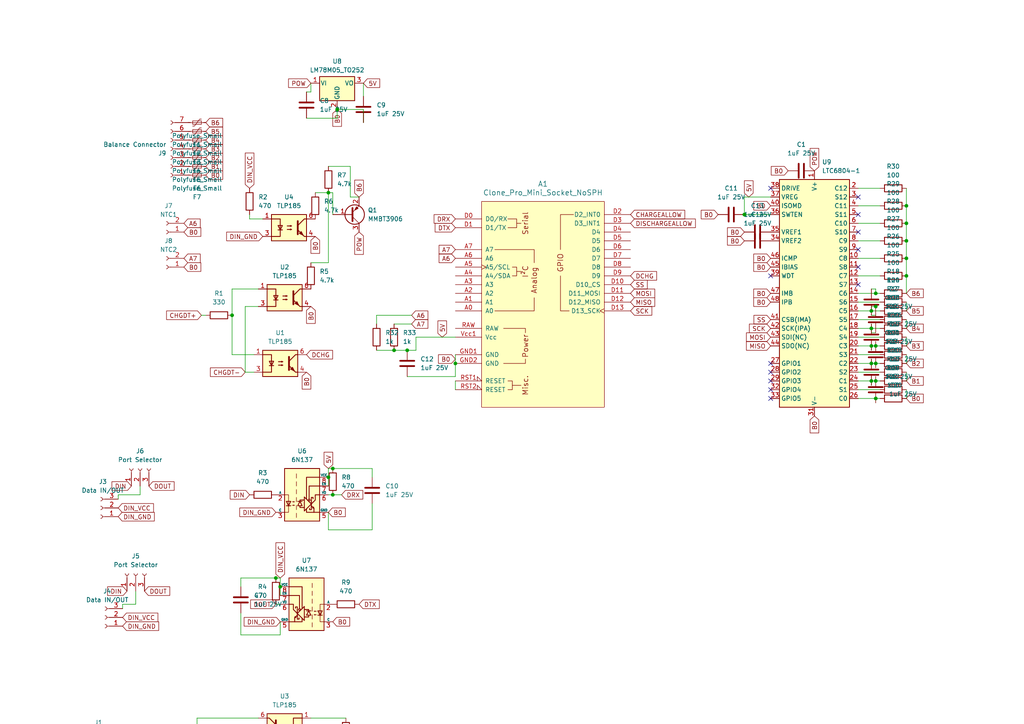
<source format=kicad_sch>
(kicad_sch (version 20230121) (generator eeschema)
  (paper "A4")
  (lib_symbols
    (symbol "Battery_Management:LTC6804-1"
      (property "Reference" "U" (at -10.16 34.29 0))
      (property "Value" "LTC6804-1" (at -16.51 -34.29 0))
      (symbol "LTC6804-1_1_1"
        (pin power_in line (at 0 35.56 270) (length 2.54) (name "V+") (number "1"))
        (pin input line (at 12.7 10.16 180) (length 2.54) (name "C8") (number "10"))
        (pin bidirectional line (at 12.7 7.62 180) (length 2.54) (name "S8") (number "11"))
        (pin input line (at 12.7 5.08 180) (length 2.54) (name "C7") (number "12"))
        (pin bidirectional line (at 12.7 2.54 180) (length 2.54) (name "S7") (number "13"))
        (pin input line (at 12.7 0 180) (length 2.54) (name "C6") (number "14"))
        (pin bidirectional line (at 12.7 -2.54 180) (length 2.54) (name "S6") (number "15"))
        (pin input line (at 12.7 -5.08 180) (length 2.54) (name "C5") (number "16"))
        (pin bidirectional line (at 12.7 -7.62 180) (length 2.54) (name "S5") (number "17"))
        (pin input line (at 12.7 -10.16 180) (length 2.54) (name "C4") (number "18"))
        (pin bidirectional line (at 12.7 -12.7 180) (length 2.54) (name "S4") (number "19"))
        (pin input line (at 12.7 30.48 180) (length 2.54) (name "C12") (number "2"))
        (pin input line (at 12.7 -15.24 180) (length 2.54) (name "C3") (number "20"))
        (pin bidirectional line (at 12.7 -17.78 180) (length 2.54) (name "S3") (number "21"))
        (pin input line (at 12.7 -20.32 180) (length 2.54) (name "C2") (number "22"))
        (pin bidirectional line (at 12.7 -22.86 180) (length 2.54) (name "S2") (number "23"))
        (pin input line (at 12.7 -25.4 180) (length 2.54) (name "C1") (number "24"))
        (pin bidirectional line (at 12.7 -27.94 180) (length 2.54) (name "S1") (number "25"))
        (pin input line (at 12.7 -30.48 180) (length 2.54) (name "C0") (number "26"))
        (pin bidirectional line (at -12.7 -20.32 0) (length 2.54) (name "GPIO1") (number "27"))
        (pin bidirectional line (at -12.7 -22.86 0) (length 2.54) (name "GPIO2") (number "28"))
        (pin bidirectional line (at -12.7 -25.4 0) (length 2.54) (name "GPIO3") (number "29"))
        (pin bidirectional line (at 12.7 27.94 180) (length 2.54) (name "S12") (number "3"))
        (pin passive line (at 0 -35.56 90) (length 2.54) hide (name "V-") (number "30"))
        (pin passive line (at 0 -35.56 90) (length 2.54) (name "V-") (number "31"))
        (pin bidirectional line (at -12.7 -27.94 0) (length 2.54) (name "GPIO4") (number "32"))
        (pin bidirectional line (at -12.7 -30.48 0) (length 2.54) (name "GPIO5") (number "33"))
        (pin output line (at -12.7 15.24 0) (length 2.54) (name "VREF2") (number "34"))
        (pin output line (at -12.7 17.78 0) (length 2.54) (name "VREF1") (number "35"))
        (pin input line (at -12.7 22.86 0) (length 2.54) (name "SWTEN") (number "36"))
        (pin input line (at -12.7 27.94 0) (length 2.54) (name "VREG") (number "37"))
        (pin output line (at -12.7 30.48 0) (length 2.54) (name "DRIVE") (number "38"))
        (pin output line (at -12.7 5.08 0) (length 2.54) (name "WDT") (number "39"))
        (pin input line (at 12.7 25.4 180) (length 2.54) (name "C11") (number "4"))
        (pin input line (at -12.7 25.4 0) (length 2.54) (name "ISOMD") (number "40"))
        (pin bidirectional line (at -12.7 -7.62 0) (length 2.54) (name "CSB(IMA)") (number "41"))
        (pin bidirectional line (at -12.7 -10.16 0) (length 2.54) (name "SCK(IPA)") (number "42"))
        (pin input line (at -12.7 -12.7 0) (length 2.54) (name "SDI(NC)") (number "43"))
        (pin open_collector line (at -12.7 -15.24 0) (length 2.54) (name "SDO(NC)") (number "44"))
        (pin passive line (at -12.7 7.62 0) (length 2.54) (name "IBIAS") (number "45"))
        (pin passive line (at -12.7 10.16 0) (length 2.54) (name "ICMP") (number "46"))
        (pin bidirectional line (at -12.7 0 0) (length 2.54) (name "IMB") (number "47"))
        (pin bidirectional line (at -12.7 -2.54 0) (length 2.54) (name "IPB") (number "48"))
        (pin bidirectional line (at 12.7 22.86 180) (length 2.54) (name "S11") (number "5"))
        (pin input line (at 12.7 20.32 180) (length 2.54) (name "C10") (number "6"))
        (pin bidirectional line (at 12.7 17.78 180) (length 2.54) (name "S10") (number "7"))
        (pin input line (at 12.7 15.24 180) (length 2.54) (name "C9") (number "8"))
        (pin bidirectional line (at 12.7 12.7 180) (length 2.54) (name "S9") (number "9"))
      )
    )
    (symbol "Connector:Conn_01x02_Socket" (pin_names (offset 1.016) hide)
      (property "Reference" "J" (at 0 2.54 0))
      (property "Value" "Conn_01x02_Socket" (at 0 -5.08 0))
      (symbol "Conn_01x02_Socket_1_1"
        (pin passive line (at -5.08 0 0) (length 3.81) (name "Pin_1") (number "1"))
        (pin passive line (at -5.08 -2.54 0) (length 3.81) (name "Pin_2") (number "2"))
      )
    )
    (symbol "Connector:Conn_01x03_Socket" (pin_names (offset 1.016) hide)
      (property "Reference" "J" (at 0 5.08 0))
      (property "Value" "Conn_01x03_Socket" (at 0 -5.08 0))
      (symbol "Conn_01x03_Socket_1_1"
        (pin passive line (at -5.08 2.54 0) (length 3.81) (name "Pin_1") (number "1"))
        (pin passive line (at -5.08 0 0) (length 3.81) (name "Pin_2") (number "2"))
        (pin passive line (at -5.08 -2.54 0) (length 3.81) (name "Pin_3") (number "3"))
      )
    )
    (symbol "Connector:Conn_01x06_Socket" (pin_names (offset 1.016) hide)
      (property "Reference" "J" (at 0 7.62 0))
      (property "Value" "Conn_01x06_Socket" (at 0 -10.16 0))
      (symbol "Conn_01x06_Socket_1_1"
        (pin passive line (at -5.08 5.08 0) (length 3.81) (name "Pin_1") (number "1"))
        (pin passive line (at -5.08 2.54 0) (length 3.81) (name "Pin_2") (number "2"))
        (pin passive line (at -5.08 0 0) (length 3.81) (name "Pin_3") (number "3"))
        (pin passive line (at -5.08 -2.54 0) (length 3.81) (name "Pin_4") (number "4"))
        (pin passive line (at -5.08 -5.08 0) (length 3.81) (name "Pin_5") (number "5"))
        (pin passive line (at -5.08 -7.62 0) (length 3.81) (name "Pin_6") (number "6"))
      )
    )
    (symbol "Connector:Conn_01x07_Socket" (pin_names (offset 1.016) hide)
      (property "Reference" "J" (at 0 10.16 0))
      (property "Value" "Conn_01x07_Socket" (at 0 -10.16 0))
      (symbol "Conn_01x07_Socket_1_1"
        (pin passive line (at -5.08 7.62 0) (length 3.81) (name "Pin_1") (number "1"))
        (pin passive line (at -5.08 5.08 0) (length 3.81) (name "Pin_2") (number "2"))
        (pin passive line (at -5.08 2.54 0) (length 3.81) (name "Pin_3") (number "3"))
        (pin passive line (at -5.08 0 0) (length 3.81) (name "Pin_4") (number "4"))
        (pin passive line (at -5.08 -2.54 0) (length 3.81) (name "Pin_5") (number "5"))
        (pin passive line (at -5.08 -5.08 0) (length 3.81) (name "Pin_6") (number "6"))
        (pin passive line (at -5.08 -7.62 0) (length 3.81) (name "Pin_7") (number "7"))
      )
    )
    (symbol "Device:C" (pin_numbers hide) (pin_names (offset 0.254))
      (property "Reference" "C" (at 0.635 2.54 0))
      (property "Value" "C" (at 0.635 -2.54 0))
      (symbol "C_1_1"
        (pin passive line (at 0 3.81 270) (length 2.794) (name "~") (number "1"))
        (pin passive line (at 0 -3.81 90) (length 2.794) (name "~") (number "2"))
      )
    )
    (symbol "Device:Polyfuse_Small" (pin_numbers hide) (pin_names (offset 0))
      (property "Reference" "F" (at -1.905 0 90))
      (property "Value" "Polyfuse_Small" (at 1.905 0 90))
      (symbol "Polyfuse_Small_1_1"
        (pin passive line (at 0 2.54 270) (length 0.635) (name "~") (number "1"))
        (pin passive line (at 0 -2.54 90) (length 0.635) (name "~") (number "2"))
      )
    )
    (symbol "Device:R" (pin_numbers hide) (pin_names (offset 0))
      (property "Reference" "R" (at 2.032 0 90))
      (property "Value" "R" (at 0 0 90))
      (symbol "R_1_1"
        (pin passive line (at 0 3.81 270) (length 1.27) (name "~") (number "1"))
        (pin passive line (at 0 -3.81 90) (length 1.27) (name "~") (number "2"))
      )
    )
    (symbol "Isolator:6N137" (pin_names (offset 0))
      (property "Reference" "U" (at -4.064 8.89 0))
      (property "Value" "6N137" (at 0 -8.89 0))
      (symbol "6N137_1_1"
        (pin no_connect line (at -5.08 5.08 0) (length 2.54) hide (name "NC") (number "1"))
        (pin passive line (at -7.62 0 0) (length 2.54) (name "A") (number "2"))
        (pin passive line (at -7.62 -5.08 0) (length 2.54) (name "C") (number "3"))
        (pin power_in line (at 7.62 -5.08 180) (length 2.54) (name "GND") (number "5"))
        (pin open_collector line (at 7.62 0 180) (length 2.54) (name "VO") (number "6"))
        (pin input line (at 7.62 2.54 180) (length 2.54) (name "EN") (number "7"))
        (pin power_in line (at 7.62 5.08 180) (length 2.54) (name "VCC") (number "8"))
      )
    )
    (symbol "Isolator:TLP185"
      (property "Reference" "U" (at -5.08 5.08 0))
      (property "Value" "TLP185" (at -5.08 -5.08 0))
      (symbol "TLP185_1_1"
        (pin passive line (at -7.62 2.54 0) (length 2.54) (name "~") (number "1"))
        (pin passive line (at -7.62 -2.54 0) (length 2.54) (name "~") (number "3"))
        (pin passive line (at 7.62 -2.54 180) (length 2.54) (name "~") (number "4"))
        (pin passive line (at 7.62 2.54 180) (length 2.54) (name "~") (number "6"))
      )
    )
    (symbol "Pro Mini:Arduino_Pro_Mini_Socket_NoSPH" (pin_names (offset 1.016))
      (property "Reference" "A" (at 0 36.83 0))
      (property "Value" "Arduino_Pro_Mini_Socket_NoSPH" (at 0 33.02 0))
      (symbol "Arduino_Pro_Mini_Socket_NoSPH_0_0"
        (text "Analog" (at -2.54 7.62 900) (effects (font (size 1.524 1.524))))
        (text "I²C" (at -5.08 10.16 900) (effects (font (size 1.524 1.524))))
        (text "Misc." (at -5.08 -22.86 900) (effects (font (size 1.524 1.524))))
        (text "Power" (at -5.08 -11.43 900) (effects (font (size 1.524 1.524))))
        (text "Serial" (at -5.08 24.13 900) (effects (font (size 1.524 1.524))))
      )
      (symbol "Arduino_Pro_Mini_Socket_NoSPH_1_0"
        (text "GPIO" (at 5.08 12.7 900) (effects (font (size 1.524 1.524))))
      )
      (symbol "Arduino_Pro_Mini_Socket_NoSPH_1_1"
        (pin bidirectional line (at -25.4 -1.27 0) (length 7.62) (name "A0") (number "A0"))
        (pin bidirectional line (at -25.4 1.27 0) (length 7.62) (name "A1") (number "A1"))
        (pin bidirectional line (at -25.4 3.81 0) (length 7.62) (name "A2") (number "A2"))
        (pin bidirectional line (at -25.4 6.35 0) (length 7.62) (name "A3") (number "A3"))
        (pin bidirectional line (at -25.4 8.89 0) (length 7.62) (name "A4/SDA") (number "A4"))
        (pin bidirectional clock (at -25.4 11.43 0) (length 7.62) (name "A5/SCL") (number "A5"))
        (pin input line (at -25.4 13.97 0) (length 7.62) (name "A6") (number "A6"))
        (pin input line (at -25.4 16.51 0) (length 7.62) (name "A7") (number "A7"))
        (pin bidirectional line (at -25.4 25.4 0) (length 7.62) (name "D0/RX") (number "D0"))
        (pin bidirectional line (at -25.4 22.86 0) (length 7.62) (name "D1/TX") (number "D1"))
        (pin bidirectional line (at 25.4 6.35 180) (length 7.62) (name "D10_CS") (number "D10"))
        (pin bidirectional line (at 25.4 3.81 180) (length 7.62) (name "D11_MOSI") (number "D11"))
        (pin bidirectional line (at 25.4 1.27 180) (length 7.62) (name "D12_MISO") (number "D12"))
        (pin bidirectional clock (at 25.4 -1.27 180) (length 7.62) (name "D13_SCK") (number "D13"))
        (pin bidirectional line (at 25.4 26.67 180) (length 7.62) (name "D2_INT0") (number "D2"))
        (pin bidirectional line (at 25.4 24.13 180) (length 7.62) (name "D3_INT1") (number "D3"))
        (pin bidirectional line (at 25.4 21.59 180) (length 7.62) (name "D4") (number "D4"))
        (pin bidirectional line (at 25.4 19.05 180) (length 7.62) (name "D5") (number "D5"))
        (pin bidirectional line (at 25.4 16.51 180) (length 7.62) (name "D6") (number "D6"))
        (pin bidirectional line (at 25.4 13.97 180) (length 7.62) (name "D7") (number "D7"))
        (pin bidirectional line (at 25.4 11.43 180) (length 7.62) (name "D8") (number "D8"))
        (pin bidirectional line (at 25.4 8.89 180) (length 7.62) (name "D9") (number "D9"))
        (pin power_in line (at -25.4 -13.97 0) (length 7.62) (name "GND") (number "GND1"))
        (pin power_in line (at -25.4 -16.51 0) (length 7.62) (name "GND") (number "GND2"))
        (pin power_in line (at -25.4 -6.35 0) (length 7.62) (name "RAW") (number "RAW"))
        (pin open_collector input_low (at -25.4 -21.59 0) (length 7.62) (name "RESET") (number "RST1"))
        (pin open_collector input_low (at -25.4 -24.13 0) (length 7.62) (name "RESET") (number "RST2"))
        (pin power_in line (at -25.4 -8.89 0) (length 7.62) (name "Vcc") (number "Vcc1"))
      )
    )
    (symbol "Regulator_Linear:LM78M05_TO252" (pin_names (offset 0.254))
      (property "Reference" "U" (at -3.81 3.175 0))
      (property "Value" "LM78M05_TO252" (at 0 3.175 0))
      (symbol "LM78M05_TO252_1_1"
        (pin power_in line (at -7.62 0 0) (length 2.54) (name "VI") (number "1"))
        (pin power_in line (at 0 -7.62 90) (length 2.54) (name "GND") (number "2"))
        (pin power_out line (at 7.62 0 180) (length 2.54) (name "VO") (number "3"))
      )
    )
    (symbol "Transistor_BJT:MMBT3906" (pin_names (offset 0) hide)
      (property "Reference" "Q" (at 5.08 1.905 0))
      (property "Value" "MMBT3906" (at 5.08 0 0))
      (symbol "MMBT3906_1_1"
        (pin input line (at -5.08 0 0) (length 5.715) (name "B") (number "1"))
        (pin passive line (at 2.54 -5.08 90) (length 2.54) (name "E") (number "2"))
        (pin passive line (at 2.54 5.08 270) (length 2.54) (name "C") (number "3"))
      )
    )
  )
  (junction (at 252.73 90.17))
  (junction (at 254 110.49))
  (junction (at 118.11 101.6))
  (junction (at 262.89 74.93))
  (junction (at 252.73 105.41))
  (junction (at 96.52 143.51))
  (junction (at 95.25 138.43))
  (junction (at 262.89 80.01))
  (junction (at 254 85.09))
  (junction (at 97.79 31.75))
  (junction (at 96.52 135.89))
  (junction (at 262.89 59.69))
  (junction (at 67.31 91.44))
  (junction (at 262.89 64.77))
  (junction (at 254 115.57))
  (junction (at 114.3 101.6))
  (junction (at 252.73 95.25))
  (junction (at 95.25 55.88))
  (junction (at 254 100.33))
  (junction (at 262.89 69.85))
  (junction (at 80.01 167.64))
  (junction (at 252.73 110.49))
  (junction (at 215.9 62.23))
  (junction (at 254 88.9))
  (junction (at 81.28 170.18))
  (junction (at 132.08 105.41))
  (junction (at 254 105.41))
  (junction (at 252.73 100.33))
  (no_connect (at 223.52 105.41))
  (no_connect (at 248.92 62.23))
  (no_connect (at 223.52 54.61))
  (no_connect (at 223.52 110.49))
  (no_connect (at 248.92 77.47))
  (no_connect (at 223.52 80.01))
  (no_connect (at 248.92 57.15))
  (no_connect (at 223.52 107.95))
  (no_connect (at 223.52 113.03))
  (no_connect (at 223.52 115.57))
  (no_connect (at 248.92 67.31))
  (no_connect (at 248.92 82.55))
  (no_connect (at 248.92 72.39))
  (wire (pts (xy 252.73 88.9) (xy 252.73 90.17)))
  (wire (pts (xy 248.92 54.61) (xy 255.27 54.61)))
  (wire (pts (xy 74.93 208.28) (xy 57.15 208.28)))
  (wire (pts (xy 33.02 214.63) (xy 57.15 214.63)))
  (wire (pts (xy 74.93 88.9) (xy 71.12 88.9)))
  (wire (pts (xy 97.79 31.75) (xy 97.79 34.29)))
  (wire (pts (xy 48.26 247.65) (xy 48.26 217.17)))
  (wire (pts (xy 254 115.57) (xy 254 116.84)))
  (wire (pts (xy 34.29 143.51) (xy 34.29 144.78)))
  (wire (pts (xy 101.6 48.26) (xy 101.6 57.15)))
  (wire (pts (xy 95.25 55.88) (xy 96.52 55.88)))
  (wire (pts (xy 69.85 184.15) (xy 81.28 184.15)))
  (wire (pts (xy 33.02 247.65) (xy 48.26 247.65)))
  (wire (pts (xy 45.72 252.73) (xy 45.72 222.25)))
  (wire (pts (xy 254 115.57) (xy 248.92 115.57)))
  (wire (pts (xy 118.11 101.6) (xy 120.65 101.6)))
  (wire (pts (xy 248.92 64.77) (xy 255.27 64.77)))
  (wire (pts (xy 91.44 55.88) (xy 95.25 55.88)))
  (wire (pts (xy 120.65 97.79) (xy 132.08 97.79)))
  (wire (pts (xy 132.08 109.22) (xy 132.08 105.41)))
  (wire (pts (xy 252.73 83.82) (xy 254 83.82)))
  (wire (pts (xy 252.73 110.49) (xy 254 110.49)))
  (wire (pts (xy 96.52 55.88) (xy 96.52 62.23)))
  (wire (pts (xy 92.71 213.36) (xy 92.71 232.41)))
  (wire (pts (xy 69.85 167.64) (xy 69.85 170.18)))
  (wire (pts (xy 81.28 167.64) (xy 81.28 170.18)))
  (wire (pts (xy 81.28 184.15) (xy 81.28 180.34)))
  (wire (pts (xy 248.92 107.95) (xy 255.27 107.95)))
  (wire (pts (xy 105.41 35.56) (xy 105.41 31.75)))
  (wire (pts (xy 101.6 57.15) (xy 104.14 57.15)))
  (wire (pts (xy 254 110.49) (xy 255.27 110.49)))
  (wire (pts (xy 97.79 30.48) (xy 97.79 31.75)))
  (wire (pts (xy 248.92 105.41) (xy 252.73 105.41)))
  (wire (pts (xy 72.39 63.5) (xy 76.2 63.5)))
  (wire (pts (xy 248.92 59.69) (xy 255.27 59.69)))
  (wire (pts (xy 215.9 57.15) (xy 215.9 62.23)))
  (wire (pts (xy 95.25 138.43) (xy 95.25 140.97)))
  (wire (pts (xy 262.89 54.61) (xy 262.89 59.69)))
  (wire (pts (xy 252.73 91.44) (xy 254 91.44)))
  (wire (pts (xy 114.3 93.98) (xy 119.38 93.98)))
  (wire (pts (xy 248.92 113.03) (xy 255.27 113.03)))
  (wire (pts (xy 88.9 34.29) (xy 97.79 34.29)))
  (wire (pts (xy 81.28 175.26) (xy 80.01 175.26)))
  (wire (pts (xy 248.92 80.01) (xy 255.27 80.01)))
  (wire (pts (xy 262.89 80.01) (xy 262.89 85.09)))
  (wire (pts (xy 69.85 167.64) (xy 80.01 167.64)))
  (wire (pts (xy 120.65 101.6) (xy 120.65 97.79)))
  (wire (pts (xy 248.92 85.09) (xy 254 85.09)))
  (wire (pts (xy 262.89 64.77) (xy 262.89 69.85)))
  (wire (pts (xy 262.89 59.69) (xy 262.89 64.77)))
  (wire (pts (xy 58.42 91.44) (xy 59.69 91.44)))
  (wire (pts (xy 39.37 171.45) (xy 39.37 175.26)))
  (wire (pts (xy 248.92 110.49) (xy 252.73 110.49)))
  (wire (pts (xy 248.92 69.85) (xy 255.27 69.85)))
  (wire (pts (xy 109.22 101.6) (xy 114.3 101.6)))
  (wire (pts (xy 252.73 110.49) (xy 252.73 111.76)))
  (wire (pts (xy 90.17 213.36) (xy 92.71 213.36)))
  (wire (pts (xy 252.73 93.98) (xy 252.73 95.25)))
  (wire (pts (xy 262.89 107.95) (xy 262.89 110.49)))
  (wire (pts (xy 118.11 109.22) (xy 132.08 109.22)))
  (wire (pts (xy 109.22 91.44) (xy 109.22 93.98)))
  (wire (pts (xy 248.92 92.71) (xy 255.27 92.71)))
  (wire (pts (xy 67.31 83.82) (xy 74.93 83.82)))
  (wire (pts (xy 72.39 62.23) (xy 72.39 63.5)))
  (wire (pts (xy 248.92 100.33) (xy 252.73 100.33)))
  (wire (pts (xy 71.12 107.95) (xy 73.66 107.95)))
  (wire (pts (xy 57.15 208.28) (xy 57.15 214.63)))
  (wire (pts (xy 95.25 55.88) (xy 95.25 76.2)))
  (wire (pts (xy 67.31 91.44) (xy 67.31 83.82)))
  (wire (pts (xy 58.42 213.36) (xy 58.42 245.11)))
  (wire (pts (xy 248.92 97.79) (xy 255.27 97.79)))
  (wire (pts (xy 76.2 227.33) (xy 59.69 227.33)))
  (wire (pts (xy 254 105.41) (xy 255.27 105.41)))
  (wire (pts (xy 58.42 245.11) (xy 33.02 245.11)))
  (wire (pts (xy 114.3 101.6) (xy 118.11 101.6)))
  (wire (pts (xy 262.89 92.71) (xy 262.89 95.25)))
  (wire (pts (xy 107.95 153.67) (xy 95.25 153.67)))
  (wire (pts (xy 69.85 177.8) (xy 69.85 184.15)))
  (wire (pts (xy 95.25 135.89) (xy 95.25 138.43)))
  (wire (pts (xy 254 83.82) (xy 254 85.09)))
  (wire (pts (xy 81.28 170.18) (xy 81.28 172.72)))
  (wire (pts (xy 252.73 101.6) (xy 252.73 100.33)))
  (wire (pts (xy 262.89 97.79) (xy 262.89 100.33)))
  (wire (pts (xy 223.52 57.15) (xy 215.9 57.15)))
  (wire (pts (xy 95.25 143.51) (xy 96.52 143.51)))
  (wire (pts (xy 33.02 219.71) (xy 59.69 219.71)))
  (wire (pts (xy 34.29 143.51) (xy 40.64 143.51)))
  (wire (pts (xy 95.25 153.67) (xy 95.25 148.59)))
  (wire (pts (xy 254 96.52) (xy 252.73 96.52)))
  (wire (pts (xy 45.72 222.25) (xy 33.02 222.25)))
  (wire (pts (xy 76.2 232.41) (xy 55.88 232.41)))
  (wire (pts (xy 107.95 146.05) (xy 107.95 153.67)))
  (wire (pts (xy 132.08 102.87) (xy 132.08 105.41)))
  (wire (pts (xy 100.33 215.9) (xy 100.33 217.17)))
  (wire (pts (xy 248.92 95.25) (xy 252.73 95.25)))
  (wire (pts (xy 262.89 102.87) (xy 262.89 105.41)))
  (wire (pts (xy 40.64 140.97) (xy 40.64 143.51)))
  (wire (pts (xy 252.73 96.52) (xy 252.73 95.25)))
  (wire (pts (xy 252.73 104.14) (xy 252.73 105.41)))
  (wire (pts (xy 107.95 138.43) (xy 107.95 135.89)))
  (wire (pts (xy 254 99.06) (xy 254 100.33)))
  (wire (pts (xy 248.92 74.93) (xy 255.27 74.93)))
  (wire (pts (xy 55.88 232.41) (xy 55.88 250.19)))
  (wire (pts (xy 96.52 143.51) (xy 99.06 143.51)))
  (wire (pts (xy 254 88.9) (xy 252.73 88.9)))
  (wire (pts (xy 90.17 76.2) (xy 95.25 76.2)))
  (wire (pts (xy 105.41 31.75) (xy 97.79 31.75)))
  (wire (pts (xy 248.92 102.87) (xy 255.27 102.87)))
  (wire (pts (xy 48.26 217.17) (xy 33.02 217.17)))
  (wire (pts (xy 262.89 87.63) (xy 262.89 90.17)))
  (wire (pts (xy 91.44 227.33) (xy 100.33 227.33)))
  (wire (pts (xy 105.41 24.13) (xy 105.41 27.94)))
  (wire (pts (xy 33.02 252.73) (xy 45.72 252.73)))
  (wire (pts (xy 254 105.41) (xy 254 106.68)))
  (wire (pts (xy 252.73 105.41) (xy 254 105.41)))
  (wire (pts (xy 252.73 90.17) (xy 255.27 90.17)))
  (wire (pts (xy 71.12 88.9) (xy 71.12 107.95)))
  (wire (pts (xy 215.9 62.23) (xy 223.52 62.23)))
  (wire (pts (xy 262.89 69.85) (xy 262.89 74.93)))
  (wire (pts (xy 80.01 167.64) (xy 81.28 167.64)))
  (wire (pts (xy 100.33 208.28) (xy 90.17 208.28)))
  (wire (pts (xy 252.73 100.33) (xy 254 100.33)))
  (wire (pts (xy 35.56 175.26) (xy 35.56 176.53)))
  (wire (pts (xy 248.92 87.63) (xy 255.27 87.63)))
  (wire (pts (xy 96.52 135.89) (xy 107.95 135.89)))
  (wire (pts (xy 58.42 213.36) (xy 74.93 213.36)))
  (wire (pts (xy 255.27 115.57) (xy 254 115.57)))
  (wire (pts (xy 252.73 95.25) (xy 255.27 95.25)))
  (wire (pts (xy 248.92 90.17) (xy 252.73 90.17)))
  (wire (pts (xy 33.02 250.19) (xy 55.88 250.19)))
  (wire (pts (xy 119.38 91.44) (xy 109.22 91.44)))
  (wire (pts (xy 67.31 102.87) (xy 67.31 91.44)))
  (wire (pts (xy 59.69 227.33) (xy 59.69 219.71)))
  (wire (pts (xy 254 109.22) (xy 254 110.49)))
  (wire (pts (xy 132.08 110.49) (xy 132.08 113.03)))
  (wire (pts (xy 254 100.33) (xy 255.27 100.33)))
  (wire (pts (xy 96.52 135.89) (xy 95.25 135.89)))
  (wire (pts (xy 95.25 48.26) (xy 101.6 48.26)))
  (wire (pts (xy 73.66 102.87) (xy 67.31 102.87)))
  (wire (pts (xy 88.9 26.67) (xy 90.17 26.67)))
  (wire (pts (xy 262.89 113.03) (xy 262.89 115.57)))
  (wire (pts (xy 35.56 175.26) (xy 39.37 175.26)))
  (wire (pts (xy 92.71 232.41) (xy 91.44 232.41)))
  (wire (pts (xy 254 88.9) (xy 254 91.44)))
  (wire (pts (xy 90.17 26.67) (xy 90.17 24.13)))
  (wire (pts (xy 254 85.09) (xy 255.27 85.09)))
  (wire (pts (xy 262.89 74.93) (xy 262.89 80.01)))
  (global_label "DTX" (shape input) (at 104.14 175.26 0) (property "Intersheetrefs" "${INTERSHEET_REFS}" (effects hide)))
  (global_label "B1" (shape input) (at 262.89 110.49 0) (property "Intersheetrefs" "${INTERSHEET_REFS}" (effects hide)))
  (global_label "B3" (shape input) (at 59.69 43.18 0) (property "Intersheetrefs" "${INTERSHEET_REFS}" (effects hide)))
  (global_label "A7" (shape input) (at 53.34 74.93 0) (property "Intersheetrefs" "${INTERSHEET_REFS}" (effects hide)))
  (global_label "A7" (shape input) (at 119.38 93.98 0) (property "Intersheetrefs" "${INTERSHEET_REFS}" (effects hide)))
  (global_label "B0" (shape input) (at 223.52 74.93 180) (property "Intersheetrefs" "${INTERSHEET_REFS}" (effects hide)))
  (global_label "DIN_GND" (shape input) (at 81.28 180.34 180) (property "Intersheetrefs" "${INTERSHEET_REFS}" (effects hide)))
  (global_label "B4" (shape input) (at 59.69 40.64 0) (property "Intersheetrefs" "${INTERSHEET_REFS}" (effects hide)))
  (global_label "B6" (shape input) (at 104.14 57.15 90) (property "Intersheetrefs" "${INTERSHEET_REFS}" (effects hide)))
  (global_label "DIN_GND" (shape input) (at 35.56 181.61 0) (property "Intersheetrefs" "${INTERSHEET_REFS}" (effects hide)))
  (global_label "DIN_GND" (shape input) (at 34.29 149.86 0) (property "Intersheetrefs" "${INTERSHEET_REFS}" (effects hide)))
  (global_label "MOSI" (shape input) (at 223.52 97.79 180) (property "Intersheetrefs" "${INTERSHEET_REFS}" (effects hide)))
  (global_label "DTX" (shape input) (at 132.08 66.04 180) (property "Intersheetrefs" "${INTERSHEET_REFS}" (effects hide)))
  (global_label "B0" (shape input) (at 53.34 77.47 0) (property "Intersheetrefs" "${INTERSHEET_REFS}" (effects hide)))
  (global_label "A6" (shape input) (at 119.38 91.44 0) (property "Intersheetrefs" "${INTERSHEET_REFS}" (effects hide)))
  (global_label "SCK" (shape input) (at 182.88 90.17 0) (property "Intersheetrefs" "${INTERSHEET_REFS}" (effects hide)))
  (global_label "CHGDT+" (shape input) (at 33.02 224.79 0) (property "Intersheetrefs" "${INTERSHEET_REFS}" (effects hide)))
  (global_label "A7" (shape input) (at 132.08 72.39 180) (property "Intersheetrefs" "${INTERSHEET_REFS}" (effects hide)))
  (global_label "DISCHARGEALLOW" (shape input) (at 182.88 64.77 0) (property "Intersheetrefs" "${INTERSHEET_REFS}" (effects hide)))
  (global_label "5V" (shape input) (at 95.25 135.89 90) (property "Intersheetrefs" "${INTERSHEET_REFS}" (effects hide)))
  (global_label "B0" (shape input) (at 95.25 148.59 0) (property "Intersheetrefs" "${INTERSHEET_REFS}" (effects hide)))
  (global_label "B5" (shape input) (at 262.89 90.17 0) (property "Intersheetrefs" "${INTERSHEET_REFS}" (effects hide)))
  (global_label "DIN_GND" (shape input) (at 80.01 148.59 180) (property "Intersheetrefs" "${INTERSHEET_REFS}" (effects hide)))
  (global_label "B6" (shape input) (at 59.69 35.56 0) (property "Intersheetrefs" "${INTERSHEET_REFS}" (effects hide)))
  (global_label "SS" (shape input) (at 223.52 92.71 180) (property "Intersheetrefs" "${INTERSHEET_REFS}" (effects hide)))
  (global_label "5V" (shape input) (at 105.41 24.13 0) (property "Intersheetrefs" "${INTERSHEET_REFS}" (effects hide)))
  (global_label "DIN" (shape input) (at 38.1 140.97 180) (property "Intersheetrefs" "${INTERSHEET_REFS}" (effects hide)))
  (global_label "MISO" (shape input) (at 223.52 100.33 180) (property "Intersheetrefs" "${INTERSHEET_REFS}" (effects hide)))
  (global_label "B6" (shape input) (at 262.89 85.09 0) (property "Intersheetrefs" "${INTERSHEET_REFS}" (effects hide)))
  (global_label "DCHG" (shape input) (at 88.9 102.87 0) (property "Intersheetrefs" "${INTERSHEET_REFS}" (effects hide)))
  (global_label "B3" (shape input) (at 262.89 100.33 0) (property "Intersheetrefs" "${INTERSHEET_REFS}" (effects hide)))
  (global_label "B0" (shape input) (at 208.28 62.23 180) (property "Intersheetrefs" "${INTERSHEET_REFS}" (effects hide)))
  (global_label "CHGDT+" (shape input) (at 58.42 91.44 180) (property "Intersheetrefs" "${INTERSHEET_REFS}" (effects hide)))
  (global_label "B0" (shape input) (at 132.08 104.14 180) (property "Intersheetrefs" "${INTERSHEET_REFS}" (effects hide)))
  (global_label "SS" (shape input) (at 182.88 82.55 0) (property "Intersheetrefs" "${INTERSHEET_REFS}" (effects hide)))
  (global_label "DIN_VCC" (shape input) (at 81.28 167.64 90) (property "Intersheetrefs" "${INTERSHEET_REFS}" (effects hide)))
  (global_label "B0" (shape input) (at 88.9 107.95 270) (property "Intersheetrefs" "${INTERSHEET_REFS}" (effects hide)))
  (global_label "CHGDT-" (shape input) (at 33.02 227.33 0) (property "Intersheetrefs" "${INTERSHEET_REFS}" (effects hide)))
  (global_label "DOUT" (shape input) (at 43.18 140.97 0) (property "Intersheetrefs" "${INTERSHEET_REFS}" (effects hide)))
  (global_label "DIN" (shape input) (at 36.83 171.45 180) (property "Intersheetrefs" "${INTERSHEET_REFS}" (effects hide)))
  (global_label "DIN_GND" (shape input) (at 76.2 68.58 180) (property "Intersheetrefs" "${INTERSHEET_REFS}" (effects hide)))
  (global_label "B0" (shape input) (at 53.34 67.31 0) (property "Intersheetrefs" "${INTERSHEET_REFS}" (effects hide)))
  (global_label "CHARGEALLOW" (shape input) (at 182.88 62.23 0) (property "Intersheetrefs" "${INTERSHEET_REFS}" (effects hide)))
  (global_label "B0" (shape input) (at 215.9 67.31 180) (property "Intersheetrefs" "${INTERSHEET_REFS}" (effects hide)))
  (global_label "B0" (shape input) (at 97.79 31.75 270) (property "Intersheetrefs" "${INTERSHEET_REFS}" (effects hide)))
  (global_label "B0" (shape input) (at 59.69 50.8 0) (property "Intersheetrefs" "${INTERSHEET_REFS}" (effects hide)))
  (global_label "B2" (shape input) (at 59.69 45.72 0) (property "Intersheetrefs" "${INTERSHEET_REFS}" (effects hide)))
  (global_label "CHARGEALLOW" (shape input) (at 100.33 219.71 0) (property "Intersheetrefs" "${INTERSHEET_REFS}" (effects hide)))
  (global_label "A6" (shape input) (at 53.34 64.77 0) (property "Intersheetrefs" "${INTERSHEET_REFS}" (effects hide)))
  (global_label "CHGDT+" (shape input) (at 33.02 255.27 0) (property "Intersheetrefs" "${INTERSHEET_REFS}" (effects hide)))
  (global_label "5V" (shape input) (at 217.17 57.15 90) (property "Intersheetrefs" "${INTERSHEET_REFS}" (effects hide)))
  (global_label "5V" (shape input) (at 128.27 97.79 90) (property "Intersheetrefs" "${INTERSHEET_REFS}" (effects hide)))
  (global_label "B5" (shape input) (at 59.69 38.1 0) (property "Intersheetrefs" "${INTERSHEET_REFS}" (effects hide)))
  (global_label "B0" (shape input) (at 262.89 115.57 0) (property "Intersheetrefs" "${INTERSHEET_REFS}" (effects hide)))
  (global_label "B0" (shape input) (at 215.9 69.85 180) (property "Intersheetrefs" "${INTERSHEET_REFS}" (effects hide)))
  (global_label "DIN_VCC" (shape input) (at 72.39 54.61 90) (property "Intersheetrefs" "${INTERSHEET_REFS}" (effects hide)))
  (global_label "B0" (shape input) (at 228.6 49.53 180) (property "Intersheetrefs" "${INTERSHEET_REFS}" (effects hide)))
  (global_label "DOUT" (shape input) (at 41.91 171.45 0) (property "Intersheetrefs" "${INTERSHEET_REFS}" (effects hide)))
  (global_label "B2" (shape input) (at 262.89 105.41 0) (property "Intersheetrefs" "${INTERSHEET_REFS}" (effects hide)))
  (global_label "DIN_VCC" (shape input) (at 35.56 179.07 0) (property "Intersheetrefs" "${INTERSHEET_REFS}" (effects hide)))
  (global_label "MOSI" (shape input) (at 182.88 85.09 0) (property "Intersheetrefs" "${INTERSHEET_REFS}" (effects hide)))
  (global_label "POW" (shape input) (at 104.14 67.31 270) (property "Intersheetrefs" "${INTERSHEET_REFS}" (effects hide)))
  (global_label "B0" (shape input) (at 91.44 68.58 270) (property "Intersheetrefs" "${INTERSHEET_REFS}" (effects hide)))
  (global_label "POW" (shape input) (at 236.22 49.53 90) (property "Intersheetrefs" "${INTERSHEET_REFS}" (effects hide)))
  (global_label "B0" (shape input) (at 92.71 229.87 0) (property "Intersheetrefs" "${INTERSHEET_REFS}" (effects hide)))
  (global_label "DRX" (shape input) (at 132.08 63.5 180) (property "Intersheetrefs" "${INTERSHEET_REFS}" (effects hide)))
  (global_label "SCK" (shape input) (at 223.52 95.25 180) (property "Intersheetrefs" "${INTERSHEET_REFS}" (effects hide)))
  (global_label "DCHG" (shape input) (at 182.88 80.01 0) (property "Intersheetrefs" "${INTERSHEET_REFS}" (effects hide)))
  (global_label "CHGDT-" (shape input) (at 33.02 257.81 0) (property "Intersheetrefs" "${INTERSHEET_REFS}" (effects hide)))
  (global_label "DOUT" (shape input) (at 80.01 175.26 180) (property "Intersheetrefs" "${INTERSHEET_REFS}" (effects hide)))
  (global_label "DRX" (shape input) (at 99.06 143.51 0) (property "Intersheetrefs" "${INTERSHEET_REFS}" (effects hide)))
  (global_label "B0" (shape input) (at 223.52 77.47 180) (property "Intersheetrefs" "${INTERSHEET_REFS}" (effects hide)))
  (global_label "DIN" (shape input) (at 72.39 143.51 180) (property "Intersheetrefs" "${INTERSHEET_REFS}" (effects hide)))
  (global_label "B0" (shape input) (at 223.52 87.63 180) (property "Intersheetrefs" "${INTERSHEET_REFS}" (effects hide)))
  (global_label "MISO" (shape input) (at 182.88 87.63 0) (property "Intersheetrefs" "${INTERSHEET_REFS}" (effects hide)))
  (global_label "DISCHARGEALLOW" (shape input) (at 100.33 217.17 0) (property "Intersheetrefs" "${INTERSHEET_REFS}" (effects hide)))
  (global_label "B0" (shape input) (at 96.52 180.34 0) (property "Intersheetrefs" "${INTERSHEET_REFS}" (effects hide)))
  (global_label "CHGDT-" (shape input) (at 71.12 107.95 180) (property "Intersheetrefs" "${INTERSHEET_REFS}" (effects hide)))
  (global_label "DIN_VCC" (shape input) (at 34.29 147.32 0) (property "Intersheetrefs" "${INTERSHEET_REFS}" (effects hide)))
  (global_label "B1" (shape input) (at 59.69 48.26 0) (property "Intersheetrefs" "${INTERSHEET_REFS}" (effects hide)))
  (global_label "A6" (shape input) (at 132.08 74.93 180) (property "Intersheetrefs" "${INTERSHEET_REFS}" (effects hide)))
  (global_label "B4" (shape input) (at 262.89 95.25 0) (property "Intersheetrefs" "${INTERSHEET_REFS}" (effects hide)))
  (global_label "B0" (shape input) (at 90.17 88.9 270) (property "Intersheetrefs" "${INTERSHEET_REFS}" (effects hide)))
  (global_label "POW" (shape input) (at 90.17 24.13 180) (property "Intersheetrefs" "${INTERSHEET_REFS}" (effects hide)))
  (global_label "B0" (shape input) (at 223.52 85.09 180) (property "Intersheetrefs" "${INTERSHEET_REFS}" (effects hide)))
  (global_label "B0" (shape input) (at 236.22 120.65 270) (property "Intersheetrefs" "${INTERSHEET_REFS}" (effects hide)))
  (global_label "B0" (shape input) (at 223.52 59.69 180) (property "Intersheetrefs" "${INTERSHEET_REFS}" (effects hide)))
  (symbol (lib_id "Device:C") (at 212.09 62.23 270) (unit 1)
    (property "Reference" "C11" (at 212.09 54.61 90))
    (property "Value" "1uF 25V" (at 212.09 57.15 90))
    (property "Footprint" "Capacitor_SMD:C_0805_2012Metric_Pad1.18x1.45mm_HandSolder" (effects hide))
  )
  (symbol (lib_id "Device:R") (at 259.08 92.71 270) (unit 1)
    (property "Reference" "R23" (at 259.08 86.36 90))
    (property "Value" "22" (at 259.08 88.9 90))
    (property "Footprint" "Resistor_SMD:R_0805_2012Metric_Pad1.20x1.40mm_HandSolder" (effects hide))
  )
  (symbol (lib_id "Device:R") (at 259.08 54.61 270) (unit 1)
    (property "Reference" "R30" (at 259.08 48.26 90))
    (property "Value" "100" (at 259.08 50.8 90))
    (property "Footprint" "Resistor_SMD:R_0805_2012Metric_Pad1.20x1.40mm_HandSolder" (effects hide))
  )
  (symbol (lib_id "Connector:Conn_01x06_Socket") (at 27.94 222.25 180) (unit 1)
    (property "Reference" "J1" (at 28.575 209.55 0))
    (property "Value" "CHG/DSCHG CTRL" (at 28.575 212.09 0))
    (property "Footprint" "Connector_JST:JST_XH_S6B-XH-A_1x06_P2.50mm_Horizontal" (effects hide))
  )
  (symbol (lib_id "Device:R") (at 100.33 175.26 90) (mirror x) (unit 1)
    (property "Reference" "R9" (at 100.33 168.91 90))
    (property "Value" "470" (at 100.33 171.45 90))
    (property "Footprint" "Resistor_SMD:R_0805_2012Metric_Pad1.20x1.40mm_HandSolder" (effects hide))
  )
  (symbol (lib_id "Device:R") (at 259.08 69.85 270) (unit 1)
    (property "Reference" "R27" (at 259.08 63.5 90))
    (property "Value" "100" (at 259.08 66.04 90))
    (property "Footprint" "Resistor_SMD:R_0805_2012Metric_Pad1.20x1.40mm_HandSolder" (effects hide))
  )
  (symbol (lib_id "Device:C") (at 252.73 87.63 0) (unit 1)
    (property "Reference" "C15" (at 256.54 86.36 0) (effects (justify left)))
    (property "Value" "1uF 25V" (at 256.54 88.9 0) (effects (justify left)))
    (property "Footprint" "Capacitor_SMD:C_0805_2012Metric_Pad1.18x1.45mm_HandSolder" (effects hide))
  )
  (symbol (lib_id "Device:R") (at 259.08 80.01 270) (unit 1)
    (property "Reference" "R25" (at 259.08 73.66 90))
    (property "Value" "100" (at 259.08 76.2 90))
    (property "Footprint" "Resistor_SMD:R_0805_2012Metric_Pad1.20x1.40mm_HandSolder" (effects hide))
  )
  (symbol (lib_id "Regulator_Linear:LM78M05_TO252") (at 97.79 24.13 0) (unit 1)
    (property "Reference" "U8" (at 97.79 17.78 0))
    (property "Value" "LM78M05_TO252" (at 97.79 20.32 0))
    (property "Footprint" "Package_TO_SOT_SMD:TO-252-2" (effects hide))
    (property "Datasheet" "https://www.onsemi.com/pub/Collateral/MC78M00-D.PDF" (effects hide))
  )
  (symbol (lib_id "Pro Mini:Arduino_Pro_Mini_Socket_NoSPH") (at 157.48 88.9 0) (unit 1)
    (property "Reference" "A1" (at 157.48 53.34 0) (effects (font (size 1.524 1.524))))
    (property "Value" "Clone_Pro_Mini_Socket_NoSPH" (at 157.48 55.88 0) (effects (font (size 1.524 1.524))))
    (property "Footprint" "Pro Mini:Clone_Pro_Mini_Socket_NoSPH" (effects hide))
    (property "Datasheet" "https://docs.arduino.cc/retired/boards/arduino-pro-mini" (effects hide))
  )
  (symbol (lib_id "Device:R") (at 259.08 102.87 270) (unit 1)
    (property "Reference" "R21" (at 259.08 96.52 90))
    (property "Value" "22" (at 259.08 99.06 90))
    (property "Footprint" "Resistor_SMD:R_0805_2012Metric_Pad1.20x1.40mm_HandSolder" (effects hide))
  )
  (symbol (lib_id "Device:C") (at 252.73 107.95 0) (unit 1)
    (property "Reference" "C19" (at 256.54 106.68 0) (effects (justify left)))
    (property "Value" "1uF 25V" (at 256.54 109.22 0) (effects (justify left)))
    (property "Footprint" "Capacitor_SMD:C_0805_2012Metric_Pad1.18x1.45mm_HandSolder" (effects hide))
  )
  (symbol (lib_id "Device:C") (at 232.41 49.53 90) (unit 1)
    (property "Reference" "C1" (at 232.41 41.91 90))
    (property "Value" "1uF 25V" (at 232.41 44.45 90))
    (property "Footprint" "Capacitor_SMD:C_0805_2012Metric_Pad1.18x1.45mm_HandSolder" (effects hide))
  )
  (symbol (lib_id "Device:R") (at 259.08 59.69 270) (unit 1)
    (property "Reference" "R29" (at 259.08 53.34 90))
    (property "Value" "100" (at 259.08 55.88 90))
    (property "Footprint" "Resistor_SMD:R_0805_2012Metric_Pad1.20x1.40mm_HandSolder" (effects hide))
  )
  (symbol (lib_id "Device:C") (at 252.73 97.79 0) (unit 1)
    (property "Reference" "C17" (at 256.54 96.52 0) (effects (justify left)))
    (property "Value" "1uF 25V" (at 256.54 99.06 0) (effects (justify left)))
    (property "Footprint" "Capacitor_SMD:C_0805_2012Metric_Pad1.18x1.45mm_HandSolder" (effects hide))
  )
  (symbol (lib_id "Device:Polyfuse_Small") (at 57.15 45.72 270) (unit 1)
    (property "Reference" "F5" (at 57.15 52.07 90))
    (property "Value" "Polyfuse_Small" (at 57.15 49.53 90))
    (property "Footprint" "Resistor_SMD:R_1206_3216Metric_Pad1.30x1.75mm_HandSolder" (effects hide))
  )
  (symbol (lib_id "Device:R") (at 259.08 100.33 270) (unit 1)
    (property "Reference" "R15" (at 259.08 93.98 90))
    (property "Value" "100" (at 259.08 96.52 90))
    (property "Footprint" "Resistor_SMD:R_0805_2012Metric_Pad1.20x1.40mm_HandSolder" (effects hide))
  )
  (symbol (lib_id "Device:R") (at 259.08 110.49 270) (unit 1)
    (property "Reference" "R13" (at 259.08 104.14 90))
    (property "Value" "100" (at 259.08 106.68 90))
    (property "Footprint" "Resistor_SMD:R_0805_2012Metric_Pad1.20x1.40mm_HandSolder" (effects hide))
  )
  (symbol (lib_id "Device:C") (at 105.41 31.75 0) (unit 1)
    (property "Reference" "C9" (at 109.22 30.48 0) (effects (justify left)))
    (property "Value" "1uF 25V" (at 109.22 33.02 0) (effects (justify left)))
    (property "Footprint" "Capacitor_SMD:C_0805_2012Metric_Pad1.18x1.45mm_HandSolder" (effects hide))
  )
  (symbol (lib_id "Device:Polyfuse_Small") (at 57.15 35.56 270) (unit 1)
    (property "Reference" "F1" (at 57.15 41.91 90))
    (property "Value" "Polyfuse_Small" (at 57.15 39.37 90))
    (property "Footprint" "Resistor_SMD:R_1206_3216Metric_Pad1.30x1.75mm_HandSolder" (effects hide))
  )
  (symbol (lib_id "Device:C") (at 219.71 67.31 270) (unit 1)
    (property "Reference" "C13" (at 219.71 59.69 90))
    (property "Value" "1uF 25V" (at 219.71 62.23 90))
    (property "Footprint" "Capacitor_SMD:C_0805_2012Metric_Pad1.18x1.45mm_HandSolder" (effects hide))
  )
  (symbol (lib_id "Device:R") (at 259.08 107.95 270) (unit 1)
    (property "Reference" "R20" (at 259.08 101.6 90))
    (property "Value" "22" (at 259.08 104.14 90))
    (property "Footprint" "Resistor_SMD:R_0805_2012Metric_Pad1.20x1.40mm_HandSolder" (effects hide))
  )
  (symbol (lib_id "Device:R") (at 259.08 85.09 270) (unit 1)
    (property "Reference" "R18" (at 259.08 78.74 90))
    (property "Value" "100" (at 259.08 81.28 90))
    (property "Footprint" "Resistor_SMD:R_0805_2012Metric_Pad1.20x1.40mm_HandSolder" (effects hide))
  )
  (symbol (lib_id "Connector:Conn_01x07_Socket") (at 49.53 43.18 180) (unit 1)
    (property "Reference" "J9" (at 48.26 44.45 0) (effects (justify left)))
    (property "Value" "Balance Connector" (at 48.26 41.91 0) (effects (justify left)))
    (property "Footprint" "Connector_JST:JST_XH_S7B-XH-A_1x07_P2.50mm_Horizontal" (effects hide))
  )
  (symbol (lib_id "Device:R") (at 100.33 223.52 0) (mirror y) (unit 1)
    (property "Reference" "R11" (at 97.79 222.25 0) (effects (justify left)))
    (property "Value" "470" (at 97.79 224.79 0) (effects (justify left)))
    (property "Footprint" "Resistor_SMD:R_0805_2012Metric_Pad1.20x1.40mm_HandSolder" (effects hide))
  )
  (symbol (lib_id "Device:R") (at 96.52 139.7 0) (unit 1)
    (property "Reference" "R8" (at 99.06 138.43 0) (effects (justify left)))
    (property "Value" "470" (at 99.06 140.97 0) (effects (justify left)))
    (property "Footprint" "Resistor_SMD:R_0805_2012Metric_Pad1.20x1.40mm_HandSolder" (effects hide))
  )
  (symbol (lib_id "Device:R") (at 100.33 212.09 0) (mirror y) (unit 1)
    (property "Reference" "R10" (at 97.79 210.82 0) (effects (justify left)))
    (property "Value" "470" (at 97.79 213.36 0) (effects (justify left)))
    (property "Footprint" "Resistor_SMD:R_0805_2012Metric_Pad1.20x1.40mm_HandSolder" (effects hide))
  )
  (symbol (lib_id "Device:R") (at 259.08 95.25 270) (unit 1)
    (property "Reference" "R16" (at 259.08 88.9 90))
    (property "Value" "100" (at 259.08 91.44 90))
    (property "Footprint" "Resistor_SMD:R_0805_2012Metric_Pad1.20x1.40mm_HandSolder" (effects hide))
  )
  (symbol (lib_id "Device:R") (at 91.44 59.69 180) (unit 1)
    (property "Reference" "R6" (at 93.98 58.42 0) (effects (justify right)))
    (property "Value" "4.7k" (at 93.98 60.96 0) (effects (justify right)))
    (property "Footprint" "Resistor_SMD:R_0805_2012Metric_Pad1.20x1.40mm_HandSolder" (effects hide))
  )
  (symbol (lib_id "Device:C") (at 254 102.87 0) (unit 1)
    (property "Reference" "C18" (at 257.81 101.6 0) (effects (justify left)))
    (property "Value" "1uF 25V" (at 257.81 104.14 0) (effects (justify left)))
    (property "Footprint" "Capacitor_SMD:C_0805_2012Metric_Pad1.18x1.45mm_HandSolder" (effects hide))
  )
  (symbol (lib_id "Device:R") (at 114.3 97.79 180) (unit 1)
    (property "Reference" "R33" (at 116.84 96.52 0) (effects (justify right)))
    (property "Value" "1k" (at 116.84 99.06 0) (effects (justify right)))
    (property "Footprint" "Resistor_SMD:R_0805_2012Metric_Pad1.20x1.40mm_HandSolder" (effects hide))
  )
  (symbol (lib_id "Device:R") (at 90.17 80.01 180) (unit 1)
    (property "Reference" "R5" (at 92.71 78.74 0) (effects (justify right)))
    (property "Value" "4.7k" (at 92.71 81.28 0) (effects (justify right)))
    (property "Footprint" "Resistor_SMD:R_0805_2012Metric_Pad1.20x1.40mm_HandSolder" (effects hide))
  )
  (symbol (lib_id "Device:C") (at 88.9 30.48 0) (unit 1)
    (property "Reference" "C8" (at 92.71 29.21 0) (effects (justify left)))
    (property "Value" "1uF 25V" (at 92.71 31.75 0) (effects (justify left)))
    (property "Footprint" "Capacitor_SMD:C_0805_2012Metric_Pad1.18x1.45mm_HandSolder" (effects hide))
  )
  (symbol (lib_id "Device:R") (at 63.5 91.44 270) (unit 1)
    (property "Reference" "R1" (at 63.5 85.09 90))
    (property "Value" "330" (at 63.5 87.63 90))
    (property "Footprint" "Resistor_SMD:R_0805_2012Metric_Pad1.20x1.40mm_HandSolder" (effects hide))
  )
  (symbol (lib_id "Connector:Conn_01x06_Socket") (at 27.94 252.73 180) (unit 1)
    (property "Reference" "J2" (at 28.575 240.03 0))
    (property "Value" "CHG/DSCHG CTRL CMP (SHORT DATA FOR STANDALONE)" (at 28.575 242.57 0))
    (property "Footprint" "Connector_JST:JST_XH_B6B-XH-AM_1x06_P2.50mm_Vertical" (effects hide))
  )
  (symbol (lib_id "Device:R") (at 259.08 115.57 270) (unit 1)
    (property "Reference" "R12" (at 259.08 109.22 90))
    (property "Value" "100" (at 259.08 111.76 90))
    (property "Footprint" "Resistor_SMD:R_0805_2012Metric_Pad1.20x1.40mm_HandSolder" (effects hide))
  )
  (symbol (lib_id "Device:C") (at 69.85 173.99 0) (unit 1)
    (property "Reference" "C7" (at 73.66 172.72 0) (effects (justify left)))
    (property "Value" "1uF 25V" (at 73.66 175.26 0) (effects (justify left)))
    (property "Footprint" "Capacitor_SMD:C_0805_2012Metric_Pad1.18x1.45mm_HandSolder" (effects hide))
  )
  (symbol (lib_id "Isolator:TLP185") (at 83.82 229.87 0) (mirror y) (unit 1)
    (property "Reference" "U5" (at 83.82 220.98 0))
    (property "Value" "TLP185" (at 83.82 223.52 0))
    (property "Footprint" "Package_SO:SOIC-4_4.55x3.7mm_P2.54mm" (effects hide))
    (property "Datasheet" "https://toshiba.semicon-storage.com/info/docget.jsp?did=11791&prodName=TLP185" (effects hide))
  )
  (symbol (lib_id "Battery_Management:LTC6804-1") (at 236.22 85.09 0) (unit 1)
    (property "Reference" "U9" (at 238.4141 46.99 0) (effects (justify left)))
    (property "Value" "LTC6804-1" (at 238.4141 49.53 0) (effects (justify left)))
    (property "Footprint" "Package_SO:SSOP-48_5.3x12.8mm_P0.5mm" (effects hide))
    (property "Datasheet" "https://www.analog.com/media/en/technical-documentation/data-sheets/680412fc.pdf" (effects hide))
  )
  (symbol (lib_id "Device:R") (at 259.08 90.17 270) (unit 1)
    (property "Reference" "R17" (at 259.08 83.82 90))
    (property "Value" "100" (at 259.08 86.36 90))
    (property "Footprint" "Resistor_SMD:R_0805_2012Metric_Pad1.20x1.40mm_HandSolder" (effects hide))
  )
  (symbol (lib_id "Connector:Conn_01x03_Socket") (at 30.48 179.07 180) (unit 1)
    (property "Reference" "J4" (at 31.115 171.45 0))
    (property "Value" "Data IN/OUT" (at 31.115 173.99 0))
    (property "Footprint" "Connector_JST:JST_XH_S3B-XH-A-1_1x03_P2.50mm_Horizontal" (effects hide))
  )
  (symbol (lib_id "Device:Polyfuse_Small") (at 57.15 38.1 270) (unit 1)
    (property "Reference" "F2" (at 57.15 44.45 90))
    (property "Value" "Polyfuse_Small" (at 57.15 41.91 90))
    (property "Footprint" "Resistor_SMD:R_1206_3216Metric_Pad1.30x1.75mm_HandSolder" (effects hide))
  )
  (symbol (lib_id "Device:Polyfuse_Small") (at 57.15 48.26 270) (unit 1)
    (property "Reference" "F6" (at 57.15 54.61 90))
    (property "Value" "Polyfuse_Small" (at 57.15 52.07 90))
    (property "Footprint" "Resistor_SMD:R_1206_3216Metric_Pad1.30x1.75mm_HandSolder" (effects hide))
  )
  (symbol (lib_id "Device:C") (at 219.71 69.85 270) (unit 1)
    (property "Reference" "C14" (at 219.71 62.23 90))
    (property "Value" "1uF 25V" (at 219.71 64.77 90))
    (property "Footprint" "Capacitor_SMD:C_0805_2012Metric_Pad1.18x1.45mm_HandSolder" (effects hide))
  )
  (symbol (lib_id "Connector:Conn_01x03_Socket") (at 40.64 135.89 90) (unit 1)
    (property "Reference" "J6" (at 40.64 130.81 90))
    (property "Value" "Port Selector" (at 40.64 133.35 90))
    (property "Footprint" "Connector_PinHeader_1.27mm:PinHeader_1x03_P1.27mm_Vertical" (effects hide))
  )
  (symbol (lib_id "Transistor_BJT:MMBT3906") (at 101.6 62.23 0) (mirror x) (unit 1)
    (property "Reference" "Q1" (at 106.68 60.96 0) (effects (justify left)))
    (property "Value" "MMBT3906" (at 106.68 63.5 0) (effects (justify left)))
    (property "Footprint" "Package_TO_SOT_SMD:SOT-23" (effects hide))
    (property "Datasheet" "https://www.onsemi.com/pdf/datasheet/pzt3906-d.pdf" (effects hide))
  )
  (symbol (lib_id "Device:R") (at 259.08 87.63 270) (unit 1)
    (property "Reference" "R24" (at 259.08 81.28 90))
    (property "Value" "22" (at 259.08 83.82 90))
    (property "Footprint" "Resistor_SMD:R_0805_2012Metric_Pad1.20x1.40mm_HandSolder" (effects hide))
  )
  (symbol (lib_id "Isolator:6N137") (at 88.9 175.26 0) (mirror y) (unit 1)
    (property "Reference" "U7" (at 88.9 162.56 0))
    (property "Value" "6N137" (at 88.9 165.1 0))
    (property "Footprint" "Package_SO:SOIC-8_3.9x4.9mm_P1.27mm" (effects hide))
    (property "Datasheet" "https://docs.broadcom.com/docs/AV02-0940EN" (effects hide))
  )
  (symbol (lib_id "Connector:Conn_01x03_Socket") (at 29.21 147.32 180) (unit 1)
    (property "Reference" "J3" (at 29.845 139.7 0))
    (property "Value" "Data IN/OUT" (at 29.845 142.24 0))
    (property "Footprint" "Connector_JST:JST_XH_S3B-XH-A-1_1x03_P2.50mm_Horizontal" (effects hide))
  )
  (symbol (lib_id "Isolator:TLP185") (at 83.82 66.04 0) (unit 1)
    (property "Reference" "U4" (at 83.82 57.15 0))
    (property "Value" "TLP185" (at 83.82 59.69 0))
    (property "Footprint" "Package_SO:SOIC-4_4.55x3.7mm_P2.54mm" (effects hide))
    (property "Datasheet" "https://toshiba.semicon-storage.com/info/docget.jsp?did=11791&prodName=TLP185" (effects hide))
  )
  (symbol (lib_id "Device:R") (at 80.01 171.45 0) (mirror y) (unit 1)
    (property "Reference" "R4" (at 77.47 170.18 0) (effects (justify left)))
    (property "Value" "470" (at 77.47 172.72 0) (effects (justify left)))
    (property "Footprint" "Resistor_SMD:R_0805_2012Metric_Pad1.20x1.40mm_HandSolder" (effects hide))
  )
  (symbol (lib_id "Device:C") (at 254 113.03 0) (unit 1)
    (property "Reference" "C20" (at 257.81 111.76 0) (effects (justify left)))
    (property "Value" "1uF 25V" (at 257.81 114.3 0) (effects (justify left)))
    (property "Footprint" "Capacitor_SMD:C_0805_2012Metric_Pad1.18x1.45mm_HandSolder" (effects hide))
  )
  (symbol (lib_id "Device:R") (at 259.08 74.93 270) (unit 1)
    (property "Reference" "R26" (at 259.08 68.58 90))
    (property "Value" "100" (at 259.08 71.12 90))
    (property "Footprint" "Resistor_SMD:R_0805_2012Metric_Pad1.20x1.40mm_HandSolder" (effects hide))
  )
  (symbol (lib_id "Device:C") (at 254 92.71 0) (unit 1)
    (property "Reference" "C16" (at 257.81 91.44 0) (effects (justify left)))
    (property "Value" "1uF 25V" (at 257.81 93.98 0) (effects (justify left)))
    (property "Footprint" "Capacitor_SMD:C_0805_2012Metric_Pad1.18x1.45mm_HandSolder" (effects hide))
  )
  (symbol (lib_id "Isolator:TLP185") (at 82.55 86.36 0) (unit 1)
    (property "Reference" "U2" (at 82.55 77.47 0))
    (property "Value" "TLP185" (at 82.55 80.01 0))
    (property "Footprint" "Package_SO:SOIC-4_4.55x3.7mm_P2.54mm" (effects hide))
    (property "Datasheet" "https://toshiba.semicon-storage.com/info/docget.jsp?did=11791&prodName=TLP185" (effects hide))
  )
  (symbol (lib_id "Device:Polyfuse_Small") (at 57.15 43.18 270) (unit 1)
    (property "Reference" "F4" (at 57.15 49.53 90))
    (property "Value" "Polyfuse_Small" (at 57.15 46.99 90))
    (property "Footprint" "Resistor_SMD:R_1206_3216Metric_Pad1.30x1.75mm_HandSolder" (effects hide))
  )
  (symbol (lib_id "Device:R") (at 259.08 105.41 270) (unit 1)
    (property "Reference" "R14" (at 259.08 99.06 90))
    (property "Value" "100" (at 259.08 101.6 90))
    (property "Footprint" "Resistor_SMD:R_0805_2012Metric_Pad1.20x1.40mm_HandSolder" (effects hide))
  )
  (symbol (lib_id "Isolator:TLP185") (at 82.55 210.82 0) (mirror y) (unit 1)
    (property "Reference" "U3" (at 82.55 201.93 0))
    (property "Value" "TLP185" (at 82.55 204.47 0))
    (property "Footprint" "Package_SO:SOIC-4_4.55x3.7mm_P2.54mm" (effects hide))
    (property "Datasheet" "https://toshiba.semicon-storage.com/info/docget.jsp?did=11791&prodName=TLP185" (effects hide))
  )
  (symbol (lib_id "Device:C") (at 107.95 142.24 0) (unit 1)
    (property "Reference" "C10" (at 111.76 140.97 0) (effects (justify left)))
    (property "Value" "1uF 25V" (at 111.76 143.51 0) (effects (justify left)))
    (property "Footprint" "Capacitor_SMD:C_0805_2012Metric_Pad1.18x1.45mm_HandSolder" (effects hide))
  )
  (symbol (lib_id "Device:R") (at 109.22 97.79 180) (unit 1)
    (property "Reference" "R32" (at 111.76 96.52 0) (effects (justify right)))
    (property "Value" "1k" (at 111.76 99.06 0) (effects (justify right)))
    (property "Footprint" "Resistor_SMD:R_0805_2012Metric_Pad1.20x1.40mm_HandSolder" (effects hide))
  )
  (symbol (lib_id "Device:Polyfuse_Small") (at 57.15 50.8 270) (unit 1)
    (property "Reference" "F7" (at 57.15 57.15 90))
    (property "Value" "Polyfuse_Small" (at 57.15 54.61 90))
    (property "Footprint" "Resistor_SMD:R_1206_3216Metric_Pad1.30x1.75mm_HandSolder" (effects hide))
  )
  (symbol (lib_id "Device:R") (at 259.08 97.79 270) (unit 1)
    (property "Reference" "R22" (at 259.08 91.44 90))
    (property "Value" "22" (at 259.08 93.98 90))
    (property "Footprint" "Resistor_SMD:R_0805_2012Metric_Pad1.20x1.40mm_HandSolder" (effects hide))
  )
  (symbol (lib_id "Isolator:6N137") (at 87.63 143.51 0) (unit 1)
    (property "Reference" "U6" (at 87.63 130.81 0))
    (property "Value" "6N137" (at 87.63 133.35 0))
    (property "Footprint" "Package_SO:SOIC-8_3.9x4.9mm_P1.27mm" (effects hide))
    (property "Datasheet" "https://docs.broadcom.com/docs/AV02-0940EN" (effects hide))
  )
  (symbol (lib_id "Device:R") (at 259.08 113.03 270) (unit 1)
    (property "Reference" "R19" (at 259.08 106.68 90))
    (property "Value" "22" (at 259.08 109.22 90))
    (property "Footprint" "Resistor_SMD:R_0805_2012Metric_Pad1.20x1.40mm_HandSolder" (effects hide))
  )
  (symbol (lib_id "Device:R") (at 259.08 64.77 270) (unit 1)
    (property "Reference" "R28" (at 259.08 58.42 90))
    (property "Value" "100" (at 259.08 60.96 90))
    (property "Footprint" "Resistor_SMD:R_0805_2012Metric_Pad1.20x1.40mm_HandSolder" (effects hide))
  )
  (symbol (lib_id "Device:R") (at 95.25 52.07 180) (unit 1)
    (property "Reference" "R7" (at 97.79 50.8 0) (effects (justify right)))
    (property "Value" "4.7k" (at 97.79 53.34 0) (effects (justify right)))
    (property "Footprint" "Resistor_SMD:R_0805_2012Metric_Pad1.20x1.40mm_HandSolder" (effects hide))
  )
  (symbol (lib_id "Device:Polyfuse_Small") (at 57.15 40.64 270) (unit 1)
    (property "Reference" "F3" (at 57.15 46.99 90))
    (property "Value" "Polyfuse_Small" (at 57.15 44.45 90))
    (property "Footprint" "Resistor_SMD:R_1206_3216Metric_Pad1.30x1.75mm_HandSolder" (effects hide))
  )
  (symbol (lib_id "Connector:Conn_01x03_Socket") (at 39.37 166.37 90) (unit 1)
    (property "Reference" "J5" (at 39.37 161.29 90))
    (property "Value" "Port Selector" (at 39.37 163.83 90))
    (property "Footprint" "Connector_PinHeader_1.27mm:PinHeader_1x03_P1.27mm_Vertical" (effects hide))
  )
  (symbol (lib_id "Isolator:TLP185") (at 81.28 105.41 0) (unit 1)
    (property "Reference" "U1" (at 81.28 96.52 0))
    (property "Value" "TLP185" (at 81.28 99.06 0))
    (property "Footprint" "Package_SO:SOIC-4_4.55x3.7mm_P2.54mm" (effects hide))
    (property "Datasheet" "https://toshiba.semicon-storage.com/info/docget.jsp?did=11791&prodName=TLP185" (effects hide))
  )
  (symbol (lib_id "Connector:Conn_01x02_Socket") (at 48.26 77.47 180) (unit 1)
    (property "Reference" "J8" (at 48.895 69.85 0))
    (property "Value" "NTC2" (at 48.895 72.39 0))
    (property "Footprint" "Connector_JST:JST_XH_S2B-XH-A_1x02_P2.50mm_Horizontal" (effects hide))
  )
  (symbol (lib_id "Device:R") (at 72.39 58.42 180) (unit 1)
    (property "Reference" "R2" (at 74.93 57.15 0) (effects (justify right)))
    (property "Value" "470" (at 74.93 59.69 0) (effects (justify right)))
    (property "Footprint" "Resistor_SMD:R_0805_2012Metric_Pad1.20x1.40mm_HandSolder" (effects hide))
  )
  (symbol (lib_id "Connector:Conn_01x02_Socket") (at 48.26 67.31 180) (unit 1)
    (property "Reference" "J7" (at 48.895 59.69 0))
    (property "Value" "NTC1" (at 48.895 62.23 0))
    (property "Footprint" "Connector_JST:JST_XH_S2B-XH-A_1x02_P2.50mm_Horizontal" (effects hide))
  )
  (symbol (lib_id "Device:C") (at 118.11 105.41 0) (unit 1)
    (property "Reference" "C12" (at 121.92 104.14 0) (effects (justify left)))
    (property "Value" "1uF 25V" (at 121.92 106.68 0) (effects (justify left)))
    (property "Footprint" "Capacitor_SMD:C_0805_2012Metric_Pad1.18x1.45mm_HandSolder" (effects hide))
  )
  (symbol (lib_id "Device:R") (at 76.2 143.51 270) (unit 1)
    (property "Reference" "R3" (at 76.2 137.16 90))
    (property "Value" "470" (at 76.2 139.7 90))
    (property "Footprint" "Resistor_SMD:R_0805_2012Metric_Pad1.20x1.40mm_HandSolder" (effects hide))
  )
)
</source>
